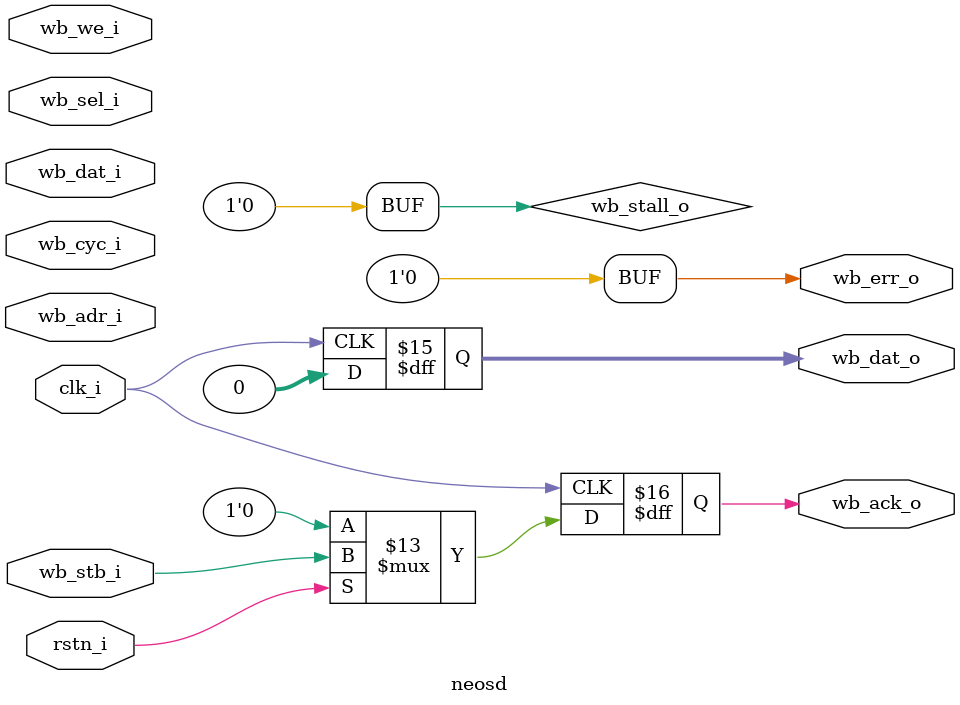
<source format=v>
module neosd (
    input clk_i,
    input rstn_i,

    input[31:0] wb_adr_i,
    input[31:0] wb_dat_i,
    input wb_we_i,
    input[3:0] wb_sel_i,
    input wb_stb_i,
    input wb_cyc_i,

    output reg wb_ack_o,
    output wb_err_o,
    output reg[31:0] wb_dat_o
);
    // Wishbone code based on https://zipcpu.com/zipcpu/2017/05/29/simple-wishbone.html
    wire wb_stall_o;

    always @(posedge clk_i) begin
        if (wb_stb_i && wb_we_i && !wb_stall_o) begin
            // Your write logic here, such as
            // memory[i_addr] <= i_data;
        end
    end

    always @(posedge clk_i) begin
        case (wb_adr_i)
            32'h0: wb_dat_o <= 32'h00000000;
            default: wb_dat_o <= 32'h00000000;
        endcase
    end

    always @(posedge clk_i) begin
        if (rstn_i == 1'b0)
            wb_ack_o <= 1'b0;
        else
            wb_ack_o <= (wb_stb_i && !wb_stall_o);
    end

    assign wb_stall_o = 1'b0;
    assign wb_err_o = 1'b0;

endmodule
</source>
